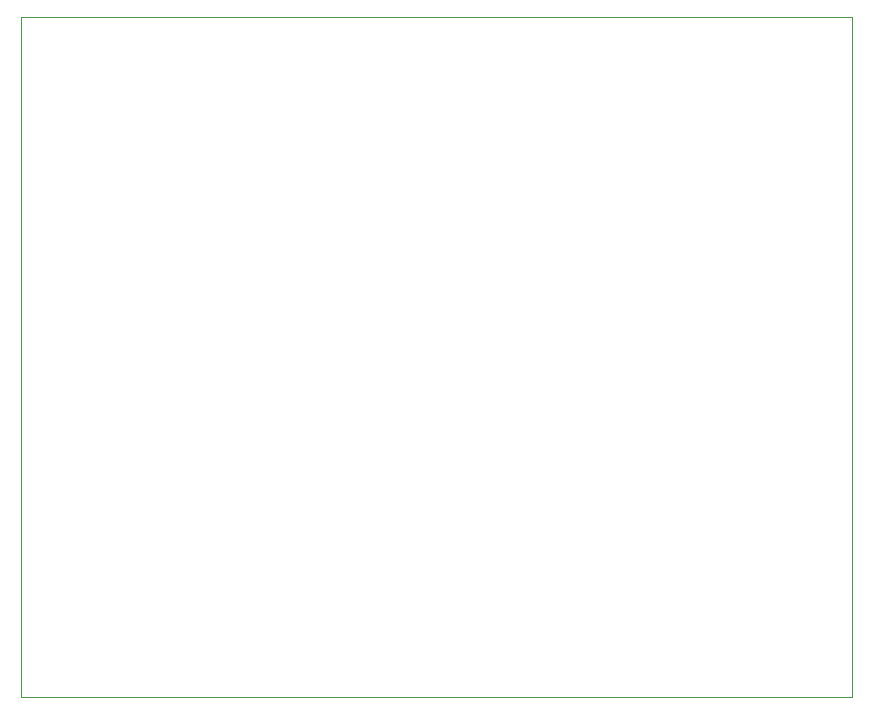
<source format=gbr>
%TF.GenerationSoftware,KiCad,Pcbnew,6.0.10-86aedd382b~118~ubuntu20.04.1*%
%TF.CreationDate,2023-03-05T00:00:34-08:00*%
%TF.ProjectId,ep2c35_trial,65703263-3335-45f7-9472-69616c2e6b69,rev?*%
%TF.SameCoordinates,Original*%
%TF.FileFunction,Profile,NP*%
%FSLAX46Y46*%
G04 Gerber Fmt 4.6, Leading zero omitted, Abs format (unit mm)*
G04 Created by KiCad (PCBNEW 6.0.10-86aedd382b~118~ubuntu20.04.1) date 2023-03-05 00:00:34*
%MOMM*%
%LPD*%
G01*
G04 APERTURE LIST*
%TA.AperFunction,Profile*%
%ADD10C,0.100000*%
%TD*%
G04 APERTURE END LIST*
D10*
X115579000Y-47050000D02*
X185929000Y-47050000D01*
X185929000Y-47050000D02*
X185929000Y-104648000D01*
X185929000Y-104648000D02*
X115579000Y-104648000D01*
X115579000Y-104648000D02*
X115579000Y-47050000D01*
M02*

</source>
